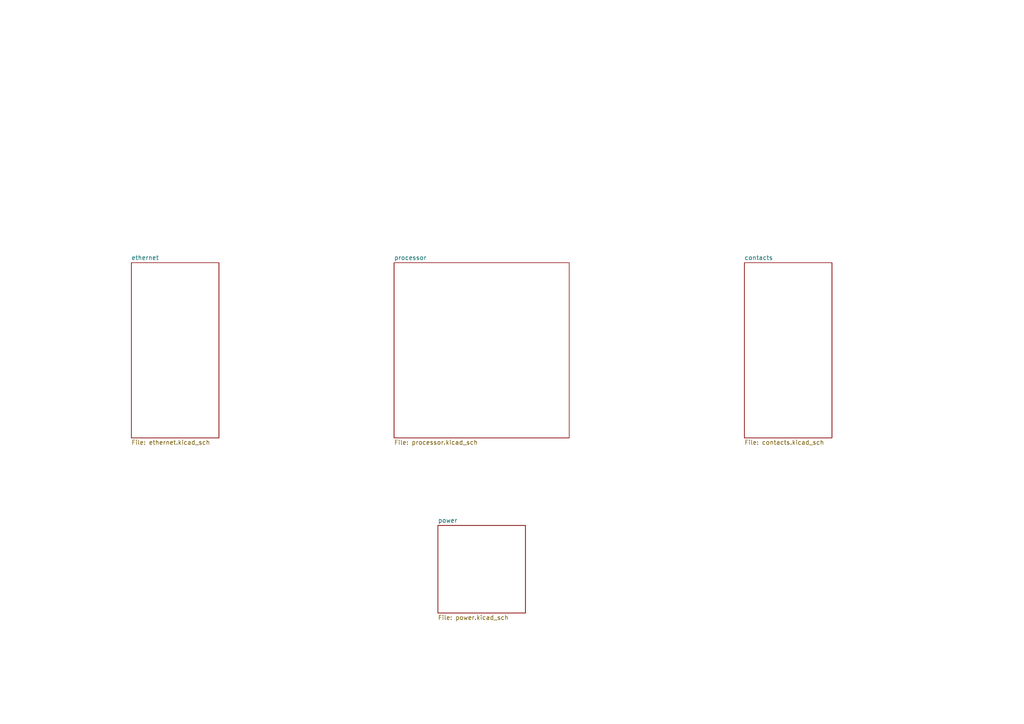
<source format=kicad_sch>
(kicad_sch
	(version 20231120)
	(generator "eeschema")
	(generator_version "8.0")
	(uuid "5defd195-0277-4d04-9f5f-69e505c9845c")
	(paper "A4")
	(lib_symbols)
	(sheet
		(at 38.1 76.2)
		(size 25.4 50.8)
		(fields_autoplaced yes)
		(stroke
			(width 0.1524)
			(type solid)
		)
		(fill
			(color 0 0 0 0.0000)
		)
		(uuid "3f49bcfb-bae6-46ff-af40-a6657170aa94")
		(property "Sheetname" "ethernet"
			(at 38.1 75.4884 0)
			(effects
				(font
					(size 1.27 1.27)
				)
				(justify left bottom)
			)
		)
		(property "Sheetfile" "ethernet.kicad_sch"
			(at 38.1 127.5846 0)
			(effects
				(font
					(size 1.27 1.27)
				)
				(justify left top)
			)
		)
		(instances
			(project "iot-contact"
				(path "/5defd195-0277-4d04-9f5f-69e505c9845c"
					(page "2")
				)
			)
		)
	)
	(sheet
		(at 215.9 76.2)
		(size 25.4 50.8)
		(fields_autoplaced yes)
		(stroke
			(width 0.1524)
			(type solid)
		)
		(fill
			(color 0 0 0 0.0000)
		)
		(uuid "9aa5c9cc-82a4-470f-a11c-0206d75bb9c8")
		(property "Sheetname" "contacts"
			(at 215.9 75.4884 0)
			(effects
				(font
					(size 1.27 1.27)
				)
				(justify left bottom)
			)
		)
		(property "Sheetfile" "contacts.kicad_sch"
			(at 215.9 127.5846 0)
			(effects
				(font
					(size 1.27 1.27)
				)
				(justify left top)
			)
		)
		(instances
			(project "iot-contact"
				(path "/5defd195-0277-4d04-9f5f-69e505c9845c"
					(page "5")
				)
			)
		)
	)
	(sheet
		(at 114.3 76.2)
		(size 50.8 50.8)
		(fields_autoplaced yes)
		(stroke
			(width 0.1524)
			(type solid)
		)
		(fill
			(color 0 0 0 0.0000)
		)
		(uuid "9e600826-010a-409d-9a37-ea8e6fbe6058")
		(property "Sheetname" "processor"
			(at 114.3 75.4884 0)
			(effects
				(font
					(size 1.27 1.27)
				)
				(justify left bottom)
			)
		)
		(property "Sheetfile" "processor.kicad_sch"
			(at 114.3 127.5846 0)
			(effects
				(font
					(size 1.27 1.27)
				)
				(justify left top)
			)
		)
		(instances
			(project "iot-contact"
				(path "/5defd195-0277-4d04-9f5f-69e505c9845c"
					(page "3")
				)
			)
		)
	)
	(sheet
		(at 127 152.4)
		(size 25.4 25.4)
		(fields_autoplaced yes)
		(stroke
			(width 0.1524)
			(type solid)
		)
		(fill
			(color 0 0 0 0.0000)
		)
		(uuid "beb75790-f0de-47e4-906f-fee3b6a2625b")
		(property "Sheetname" "power"
			(at 127 151.6884 0)
			(effects
				(font
					(size 1.27 1.27)
				)
				(justify left bottom)
			)
		)
		(property "Sheetfile" "power.kicad_sch"
			(at 127 178.3846 0)
			(effects
				(font
					(size 1.27 1.27)
				)
				(justify left top)
			)
		)
		(instances
			(project "iot-contact"
				(path "/5defd195-0277-4d04-9f5f-69e505c9845c"
					(page "4")
				)
			)
		)
	)
	(sheet_instances
		(path "/"
			(page "1")
		)
	)
)

</source>
